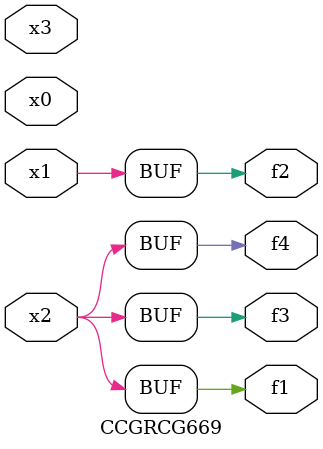
<source format=v>
module CCGRCG669(
	input x0, x1, x2, x3,
	output f1, f2, f3, f4
);
	assign f1 = x2;
	assign f2 = x1;
	assign f3 = x2;
	assign f4 = x2;
endmodule

</source>
